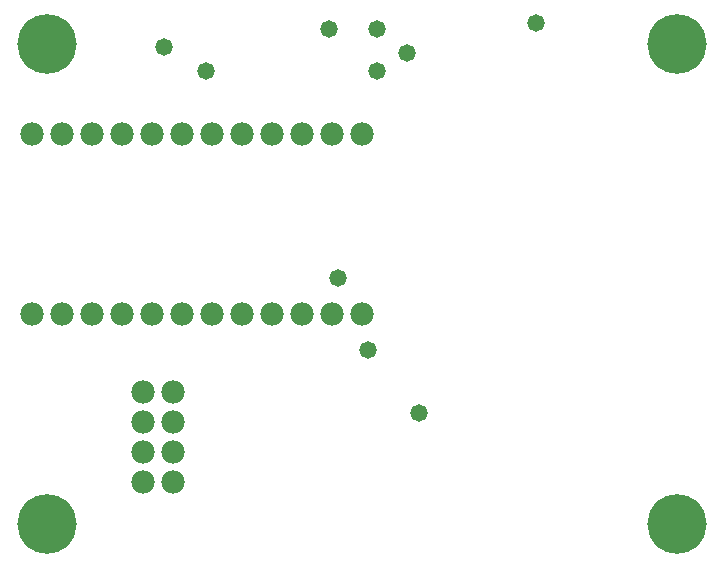
<source format=gbs>
G04 Layer_Color=16711935*
%FSAX24Y24*%
%MOIN*%
G70*
G01*
G75*
%ADD57C,0.0780*%
%ADD58O,0.1980X0.1990*%
%ADD59C,0.0580*%
D57*
X005000Y022000D02*
D03*
X006000D02*
D03*
X007000D02*
D03*
X008000D02*
D03*
X009000D02*
D03*
X010000D02*
D03*
X011000D02*
D03*
X012000D02*
D03*
X013000D02*
D03*
X014000D02*
D03*
X015000D02*
D03*
X016000D02*
D03*
Y028000D02*
D03*
X015000D02*
D03*
X014000D02*
D03*
X013000D02*
D03*
X012000D02*
D03*
X011000D02*
D03*
X010000D02*
D03*
X009000D02*
D03*
X008000D02*
D03*
X007000D02*
D03*
X006000D02*
D03*
X005000D02*
D03*
X008700Y016400D02*
D03*
X009700D02*
D03*
X008700Y017400D02*
D03*
X009700D02*
D03*
X008700Y018400D02*
D03*
X009700D02*
D03*
X008700Y019400D02*
D03*
X009700D02*
D03*
D58*
X026500Y031000D02*
D03*
X005500D02*
D03*
Y015000D02*
D03*
X026500D02*
D03*
D59*
X016200Y020800D02*
D03*
X015200Y023200D02*
D03*
X017900Y018700D02*
D03*
X016500Y031500D02*
D03*
X014900D02*
D03*
X016500Y030100D02*
D03*
X010800D02*
D03*
X021800Y031700D02*
D03*
X017500Y030700D02*
D03*
X009400Y030900D02*
D03*
M02*

</source>
